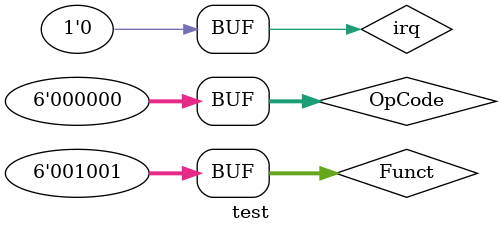
<source format=v>
`timescale 1ns/1ps
module test();
reg [5:0] OpCode;
reg [5:0] Funct;
reg irq;
wire [2:0] PCSrc;
wire [1:0] RegDst;
wire RegWrite;
wire ALUSrc1;
wire ALUSrc2;
wire [5:0] ALUFun;
wire Sign;
wire MemWrite;
wire MemRead;
wire [1:0] MemtoReg;
wire ExtOp;
wire LuOp;

Control con(OpCode,  Funct, irq ,
                PCSrc,
                RegDst,  RegWrite,
                ALUSrc1, ALUSrc2,    ALUFun,
                Sign,
                MemRead, MemWrite,   MemtoReg, 
                ExtOp, LuOp);
initial begin
  OpCode<=6'h00;
  Funct<=6'h09;
  irq<=0;

end

endmodule

</source>
